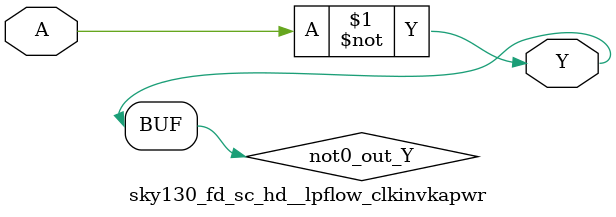
<source format=v>



module sky130_fd_sc_hd__lpflow_clkinvkapwr (
    Y,
    A
);

    output Y;
    input  A;

    wire not0_out_Y;

    not not0 (not0_out_Y, A              );
    buf buf0 (Y         , not0_out_Y     );

endmodule

</source>
